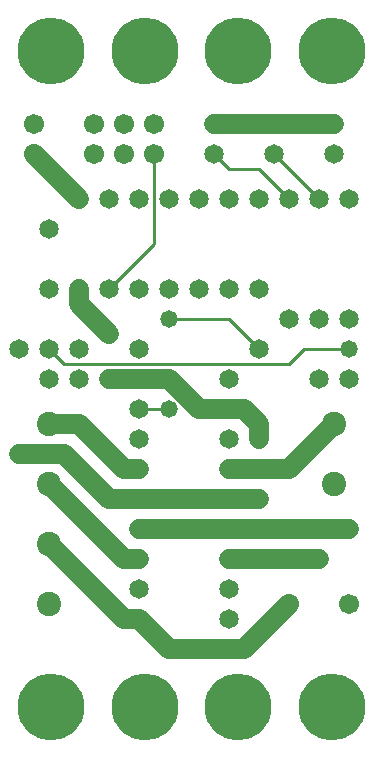
<source format=gbl>
%MOIN*%
%FSLAX25Y25*%
G04 D10 used for Character Trace; *
G04     Circle (OD=.01000) (No hole)*
G04 D11 used for Power Trace; *
G04     Circle (OD=.06700) (No hole)*
G04 D12 used for Signal Trace; *
G04     Circle (OD=.01100) (No hole)*
G04 D13 used for Via; *
G04     Circle (OD=.05800) (Round. Hole ID=.02800)*
G04 D14 used for Component hole; *
G04     Circle (OD=.06500) (Round. Hole ID=.03500)*
G04 D15 used for Component hole; *
G04     Circle (OD=.06700) (Round. Hole ID=.04300)*
G04 D16 used for Component hole; *
G04     Circle (OD=.08100) (Round. Hole ID=.05100)*
G04 D17 used for Component hole; *
G04     Circle (OD=.08900) (Round. Hole ID=.05900)*
G04 D18 used for Component hole; *
G04     Circle (OD=.11300) (Round. Hole ID=.08300)*
G04 D19 used for Component hole; *
G04     Circle (OD=.16000) (Round. Hole ID=.13000)*
G04 D20 used for Component hole; *
G04     Circle (OD=.18300) (Round. Hole ID=.15300)*
G04 D21 used for Component hole; *
G04     Circle (OD=.22291) (Round. Hole ID=.19291)*
%ADD10C,.01000*%
%ADD11C,.06700*%
%ADD12C,.01100*%
%ADD13C,.05800*%
%ADD14C,.06500*%
%ADD15C,.06700*%
%ADD16C,.08100*%
%ADD17C,.08900*%
%ADD18C,.11300*%
%ADD19C,.16000*%
%ADD20C,.18300*%
%ADD21C,.22291*%
%IPPOS*%
%LPD*%
G90*X0Y0D02*D21*X15625Y15625D03*D14*              
X45000Y45000D03*D11*X55000Y35000D01*X80000D01*    
X95000Y50000D01*D15*D03*D13*X105000Y65000D03*D11* 
X75000D01*D14*D03*Y75000D03*D11*X45000D01*D14*D03*
D11*X35000Y85000D02*X45000D01*D14*D03*D11*        
X75000D01*D14*D03*D11*X85000D01*D14*D03*D11*      
X75000Y95000D02*X95000D01*D14*X75000D03*          
X85000Y105000D03*D11*Y110000D01*X80000Y115000D01* 
X75000D01*D14*D03*D11*X65000D01*X55000Y125000D01* 
X35000D01*D14*D03*X45000Y115000D03*D12*X55000D01* 
D13*D03*D14*X45000Y105000D03*D11*X40000Y95000D02* 
X45000D01*D14*D03*D11*X40000D02*X25000Y110000D01* 
X15000D01*D16*D03*D13*X5000Y100000D03*D11*        
X20000D01*X35000Y85000D01*D16*X15000Y90000D03*D11*
X40000Y65000D01*X45000D01*D14*D03*Y55000D03*D11*  
X40000Y45000D02*X45000D01*X40000D02*              
X15000Y70000D01*D16*D03*Y50000D03*D14*            
X25000Y125000D03*X15000D03*D21*X46875Y15625D03*   
D14*X75000Y45000D03*Y55000D03*D12*                
X20000Y130000D02*X95000D01*X100000Y135000D01*     
X115000D01*D13*D03*D14*X105000Y145000D03*         
Y125000D03*X115000Y145000D03*Y125000D03*          
X95000Y145000D03*D16*X110000Y110000D03*D11*       
X95000Y95000D01*D16*X110000Y90000D03*D13*         
X115000Y75000D03*D11*X75000D01*D14*Y105000D03*D15*
X115000Y50000D03*D14*X75000Y125000D03*D12*        
X20000Y130000D02*X15000Y135000D01*D14*D03*        
X25000D03*X5000D03*D11*X35000Y140000D02*          
X25000Y150000D01*D13*X35000Y140000D03*D11*        
X25000Y150000D02*Y155000D01*D14*D03*X35000D03*D12*
X50000Y170000D01*Y200000D01*D15*D03*              
X40000Y210000D03*X50000D03*X40000Y200000D03*D14*  
X65000Y185000D03*X35000D03*X45000D03*X55000D03*   
D15*X30000Y210000D03*D14*X70000Y200000D03*D12*    
X75000Y195000D01*X85000D01*X95000Y185000D01*D14*  
D03*X105000D03*D12*X90000Y200000D01*D14*D03*      
Y210000D03*D11*X70000D01*D14*D03*D11*X90000D02*   
X110000D01*D14*D03*Y200000D03*X85000Y185000D03*   
D21*X109375Y234375D03*D14*X115000Y185000D03*D21*  
X78125Y234375D03*D14*X75000Y185000D03*            
X55000Y155000D03*X65000D03*X75000D03*X85000D03*   
D13*X55000Y145000D03*D12*X75000D01*               
X85000Y135000D01*D14*D03*X45000Y155000D03*        
Y135000D03*X25000Y185000D03*D11*X10000Y200000D01* 
D15*D03*Y210000D03*X30000Y200000D03*D14*          
X15000Y175000D03*D21*X46875Y234375D03*X15625D03*  
D14*X15000Y155000D03*D21*X78125Y15625D03*         
X109375D03*M02*                                   

</source>
